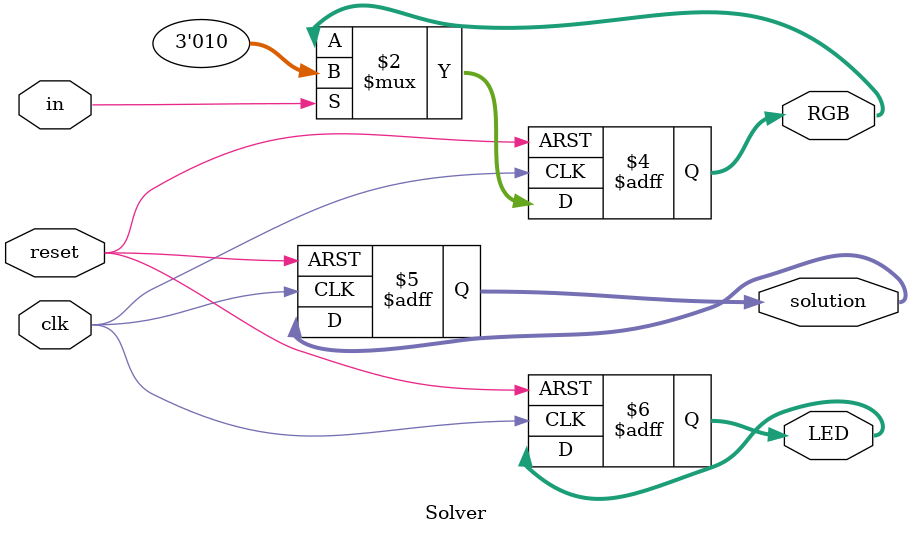
<source format=v>
`timescale 1ns / 1ps

module Solver(
    input clk, 
    input reset,
    input in,
    output reg [2:0] RGB,
    output reg [2:0] solution,
    output reg [2:0] LED
    );
    
    
    always@(posedge clk, posedge reset) begin
        if(reset) begin
            solution <= 3'b0;
            LED <= 3'b000;
            RGB <= 3'b001; //RGB Code for Red.
        end
        else if(in) begin
            // Insert logic here for the case when a solution is found.
            RGB <= 3'b010; //RGB Code for Green.
            
        end
        else begin 
            // Insert logic here to iterate to the next test expression
            // when a solution has not yet been found. 
            // Hint: update LEDs and RGB here as well.
            
            
        end      
    end
endmodule

</source>
